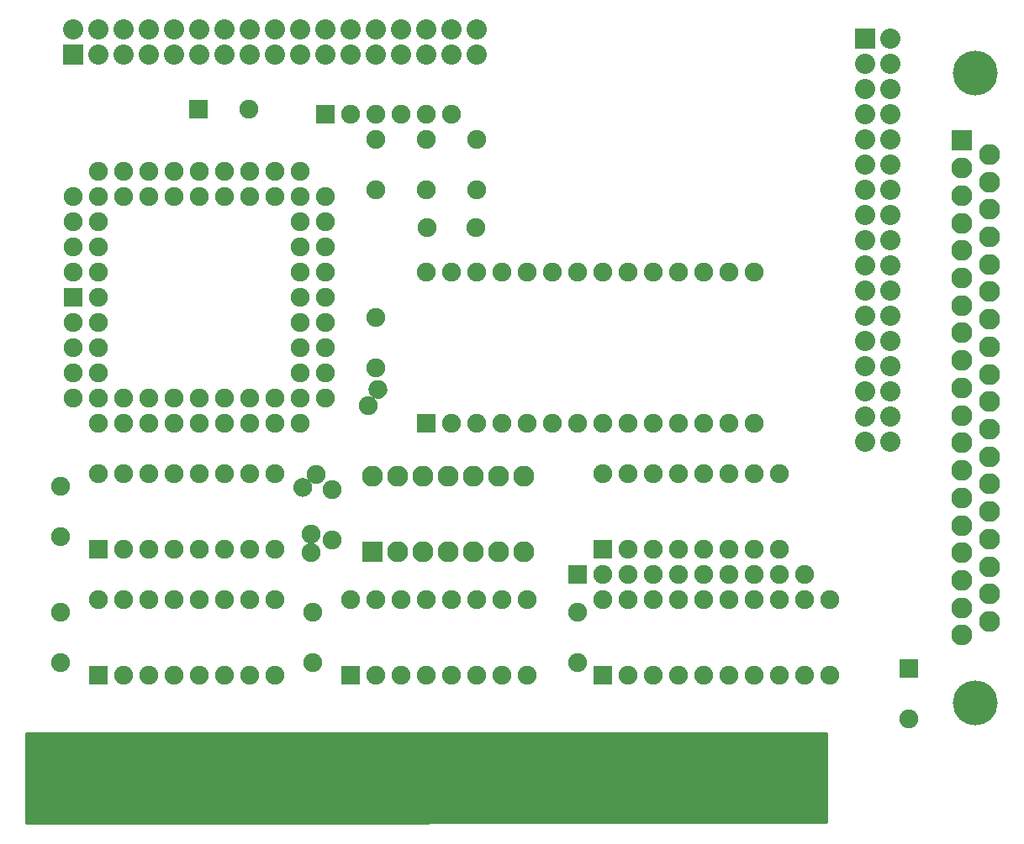
<source format=gbs>
%TF.GenerationSoftware,KiCad,Pcbnew,(5.1.6-0)*%
%TF.CreationDate,2020-08-03T14:04:14-05:00*%
%TF.ProjectId,isa_fdc.kicad_DB37-v3.1_pcb,6973615f-6664-4632-9e6b-696361645f44,rev?*%
%TF.SameCoordinates,Original*%
%TF.FileFunction,Soldermask,Bot*%
%TF.FilePolarity,Negative*%
%FSLAX46Y46*%
G04 Gerber Fmt 4.6, Leading zero omitted, Abs format (unit mm)*
G04 Created by KiCad (PCBNEW (5.1.6-0)) date 2020-08-03 14:04:14*
%MOMM*%
%LPD*%
G01*
G04 APERTURE LIST*
%ADD10C,1.908000*%
%ADD11C,4.508000*%
%ADD12C,2.108000*%
%ADD13R,2.108000X2.108000*%
%ADD14C,2.032000*%
%ADD15R,2.032000X2.032000*%
%ADD16O,1.908000X1.908000*%
%ADD17O,2.108000X2.108000*%
%ADD18C,1.905000*%
%ADD19R,1.905000X1.905000*%
%ADD20R,2.286000X8.128000*%
%ADD21C,0.254000*%
G04 APERTURE END LIST*
D10*
%TO.C,R3*%
X136440000Y-92220000D03*
G36*
G01*
X136913000Y-91400740D02*
X136913000Y-91400740D01*
G75*
G02*
X136563812Y-90097552I477000J826188D01*
G01*
X136563812Y-90097552D01*
G75*
G02*
X137867000Y-89748364I826188J-477000D01*
G01*
X137867000Y-89748364D01*
G75*
G02*
X138216188Y-91051552I-477000J-826188D01*
G01*
X138216188Y-91051552D01*
G75*
G02*
X136913000Y-91400740I-826188J477000D01*
G01*
G37*
%TD*%
D11*
%TO.C,P2*%
X197570000Y-58670000D03*
X197570000Y-122170000D03*
D12*
X198990000Y-113965000D03*
X198990000Y-111195000D03*
X198990000Y-108425000D03*
X198990000Y-105655000D03*
X198990000Y-102885000D03*
X198990000Y-100115000D03*
X198990000Y-97345000D03*
X198990000Y-94575000D03*
X198990000Y-91805000D03*
X198990000Y-89035000D03*
X198990000Y-86265000D03*
X198990000Y-83495000D03*
X198990000Y-80725000D03*
X198990000Y-77955000D03*
X198990000Y-75185000D03*
X198990000Y-72415000D03*
X198990000Y-69645000D03*
X198990000Y-66875000D03*
X196150000Y-115350000D03*
X196150000Y-112580000D03*
X196150000Y-109810000D03*
X196150000Y-107040000D03*
X196150000Y-104270000D03*
X196150000Y-101500000D03*
X196150000Y-98730000D03*
X196150000Y-95960000D03*
X196150000Y-93190000D03*
X196150000Y-90420000D03*
X196150000Y-87650000D03*
X196150000Y-84880000D03*
X196150000Y-82110000D03*
X196150000Y-79340000D03*
X196150000Y-76570000D03*
X196150000Y-73800000D03*
X196150000Y-71030000D03*
X196150000Y-68260000D03*
D13*
X196150000Y-65490000D03*
%TD*%
D14*
%TO.C,P3*%
X189010000Y-95870000D03*
X186470000Y-95870000D03*
X189010000Y-93330000D03*
X186470000Y-93330000D03*
X186470000Y-90790000D03*
X189010000Y-90790000D03*
X186470000Y-88250000D03*
X189010000Y-88250000D03*
X189010000Y-85710000D03*
X186470000Y-85710000D03*
X189010000Y-83170000D03*
X186470000Y-83170000D03*
X189010000Y-80630000D03*
X186470000Y-80630000D03*
X189010000Y-78090000D03*
X186470000Y-78090000D03*
X189010000Y-75550000D03*
X186470000Y-75550000D03*
X189010000Y-73010000D03*
X186470000Y-73010000D03*
X189010000Y-70470000D03*
X186470000Y-70470000D03*
X189010000Y-67930000D03*
X186470000Y-67930000D03*
X189010000Y-65390000D03*
X186470000Y-65390000D03*
X189010000Y-62850000D03*
X186470000Y-62850000D03*
X189010000Y-60310000D03*
X186470000Y-60310000D03*
X189010000Y-57770000D03*
X186470000Y-57770000D03*
X189010000Y-55230000D03*
D15*
X186470000Y-55230000D03*
%TD*%
D10*
%TO.C,R2*%
X130690000Y-105120000D03*
D16*
X130690000Y-107020000D03*
%TD*%
%TO.C,R1*%
G36*
G01*
X130501077Y-99778923D02*
X130501077Y-99778923D01*
G75*
G02*
X130501077Y-101128083I-674580J-674580D01*
G01*
X130501077Y-101128083D01*
G75*
G02*
X129151917Y-101128083I-674580J674580D01*
G01*
X129151917Y-101128083D01*
G75*
G02*
X129151917Y-99778923I674580J674580D01*
G01*
X129151917Y-99778923D01*
G75*
G02*
X130501077Y-99778923I674580J-674580D01*
G01*
G37*
D10*
X131170000Y-99110000D03*
%TD*%
D13*
%TO.C,U2*%
X136880000Y-106910000D03*
D17*
X152120000Y-99290000D03*
X139420000Y-106910000D03*
X149580000Y-99290000D03*
X141960000Y-106910000D03*
X147040000Y-99290000D03*
X144500000Y-106910000D03*
X144500000Y-99290000D03*
X147040000Y-106910000D03*
X141960000Y-99290000D03*
X149580000Y-106910000D03*
X139420000Y-99290000D03*
X152120000Y-106910000D03*
X136880000Y-99290000D03*
%TD*%
D18*
%TO.C,C2*%
X132790000Y-100680000D03*
X132790000Y-105760000D03*
%TD*%
D19*
%TO.C,SW1*%
X109220000Y-106680000D03*
D18*
X111760000Y-106680000D03*
X114300000Y-106680000D03*
X116840000Y-106680000D03*
X119380000Y-106680000D03*
X121920000Y-106680000D03*
X124460000Y-106680000D03*
X127000000Y-106680000D03*
X127000000Y-99060000D03*
X124460000Y-99060000D03*
X121920000Y-99060000D03*
X119380000Y-99060000D03*
X116840000Y-99060000D03*
X114300000Y-99060000D03*
X111760000Y-99060000D03*
X109220000Y-99060000D03*
%TD*%
D20*
%TO.C,BUS1*%
X180340000Y-129200000D03*
X177800000Y-129200000D03*
X175260000Y-129200000D03*
X167640000Y-129200000D03*
X165100000Y-129200000D03*
X160020000Y-129200000D03*
X157480000Y-129200000D03*
X154940000Y-129200000D03*
X152400000Y-129200000D03*
X149860000Y-129200000D03*
X147320000Y-129200000D03*
X129540000Y-129200000D03*
X127000000Y-129200000D03*
X124460000Y-129200000D03*
X121920000Y-129200000D03*
X119380000Y-129200000D03*
X116840000Y-129200000D03*
X114300000Y-129200000D03*
X109220000Y-129200000D03*
X104140000Y-129200000D03*
X144780000Y-129200000D03*
X142240000Y-129200000D03*
%TD*%
D18*
%TO.C,C11*%
X190890000Y-123800000D03*
D19*
X190890000Y-118720000D03*
%TD*%
%TO.C,C12*%
X119350000Y-62340000D03*
D18*
X124430000Y-62340000D03*
%TD*%
D19*
%TO.C,U5*%
X160020000Y-119380000D03*
D18*
X162560000Y-119380000D03*
X165100000Y-119380000D03*
X167640000Y-119380000D03*
X170180000Y-119380000D03*
X172720000Y-119380000D03*
X175260000Y-119380000D03*
X177800000Y-119380000D03*
X180340000Y-119380000D03*
X182880000Y-119380000D03*
X182880000Y-111760000D03*
X180340000Y-111760000D03*
X177800000Y-111760000D03*
X175260000Y-111760000D03*
X172720000Y-111760000D03*
X170180000Y-111760000D03*
X167640000Y-111760000D03*
X165100000Y-111760000D03*
X162560000Y-111760000D03*
X160020000Y-111760000D03*
%TD*%
D19*
%TO.C,U7*%
X109220000Y-119380000D03*
D18*
X111760000Y-119380000D03*
X114300000Y-119380000D03*
X116840000Y-119380000D03*
X119380000Y-119380000D03*
X121920000Y-119380000D03*
X124460000Y-119380000D03*
X127000000Y-119380000D03*
X127000000Y-111760000D03*
X124460000Y-111760000D03*
X121920000Y-111760000D03*
X119380000Y-111760000D03*
X116840000Y-111760000D03*
X114300000Y-111760000D03*
X111760000Y-111760000D03*
X109220000Y-111760000D03*
%TD*%
D19*
%TO.C,U6*%
X134620000Y-119380000D03*
D18*
X137160000Y-119380000D03*
X139700000Y-119380000D03*
X142240000Y-119380000D03*
X144780000Y-119380000D03*
X147320000Y-119380000D03*
X149860000Y-119380000D03*
X152400000Y-119380000D03*
X152400000Y-111760000D03*
X149860000Y-111760000D03*
X147320000Y-111760000D03*
X144780000Y-111760000D03*
X142240000Y-111760000D03*
X139700000Y-111760000D03*
X137160000Y-111760000D03*
X134620000Y-111760000D03*
%TD*%
D19*
%TO.C,SW2*%
X160020000Y-106680000D03*
D18*
X162560000Y-106680000D03*
X165100000Y-106680000D03*
X167640000Y-106680000D03*
X170180000Y-106680000D03*
X172720000Y-106680000D03*
X175260000Y-106680000D03*
X177800000Y-106680000D03*
X177800000Y-99060000D03*
X175260000Y-99060000D03*
X172720000Y-99060000D03*
X170180000Y-99060000D03*
X167640000Y-99060000D03*
X165100000Y-99060000D03*
X162560000Y-99060000D03*
X160020000Y-99060000D03*
%TD*%
%TO.C,C1*%
X105410000Y-100330000D03*
X105410000Y-105410000D03*
%TD*%
%TO.C,C7*%
X105410000Y-113030000D03*
X105410000Y-118110000D03*
%TD*%
%TO.C,C6*%
X130810000Y-113030000D03*
X130810000Y-118110000D03*
%TD*%
%TO.C,C5*%
X157470000Y-113020000D03*
X157470000Y-118100000D03*
%TD*%
%TO.C,C4*%
X137170000Y-83310000D03*
X137170000Y-88390000D03*
%TD*%
%TO.C,C16*%
X142240000Y-70485000D03*
X142240000Y-65405000D03*
%TD*%
%TO.C,C15*%
X147320000Y-70485000D03*
X147320000Y-65405000D03*
%TD*%
D19*
%TO.C,U4*%
X142240000Y-93980000D03*
D18*
X144780000Y-93980000D03*
X147320000Y-93980000D03*
X149860000Y-93980000D03*
X152400000Y-93980000D03*
X154940000Y-93980000D03*
X157480000Y-93980000D03*
X160020000Y-93980000D03*
X162560000Y-93980000D03*
X165100000Y-93980000D03*
X167640000Y-93980000D03*
X170180000Y-93980000D03*
X172720000Y-93980000D03*
X175260000Y-93980000D03*
X175260000Y-78740000D03*
X172720000Y-78740000D03*
X170180000Y-78740000D03*
X167640000Y-78740000D03*
X165100000Y-78740000D03*
X162560000Y-78740000D03*
X160020000Y-78740000D03*
X157480000Y-78740000D03*
X154940000Y-78740000D03*
X152400000Y-78740000D03*
X149860000Y-78740000D03*
X147320000Y-78740000D03*
X144780000Y-78740000D03*
X142240000Y-78740000D03*
%TD*%
%TO.C,C17*%
X137160000Y-65405000D03*
X137160000Y-70485000D03*
%TD*%
D19*
%TO.C,U1*%
X106680000Y-81280000D03*
D18*
X109220000Y-81280000D03*
X106680000Y-83820000D03*
X109220000Y-83820000D03*
X106680000Y-86360000D03*
X109220000Y-86360000D03*
X106680000Y-88900000D03*
X109220000Y-88900000D03*
X106680000Y-91440000D03*
X109220000Y-93980000D03*
X109220000Y-91440000D03*
X111760000Y-93980000D03*
X111760000Y-91440000D03*
X114300000Y-93980000D03*
X114300000Y-91440000D03*
X116840000Y-93980000D03*
X116840000Y-91440000D03*
X119380000Y-93980000D03*
X119380000Y-91440000D03*
X121920000Y-93980000D03*
X121920000Y-91440000D03*
X124460000Y-93980000D03*
X124460000Y-91440000D03*
X127000000Y-93980000D03*
X127000000Y-91440000D03*
X129540000Y-93980000D03*
X132080000Y-91440000D03*
X129540000Y-91440000D03*
X132080000Y-88900000D03*
X129540000Y-88900000D03*
X132080000Y-86360000D03*
X129540000Y-86360000D03*
X132080000Y-83820000D03*
X129540000Y-83820000D03*
X132080000Y-81280000D03*
X129540000Y-81280000D03*
X132080000Y-78740000D03*
X129540000Y-78740000D03*
X132080000Y-76200000D03*
X129540000Y-76200000D03*
X132080000Y-73660000D03*
X129540000Y-73660000D03*
X132080000Y-71120000D03*
X129540000Y-68580000D03*
X129540000Y-71120000D03*
X127000000Y-68580000D03*
X127000000Y-71120000D03*
X124460000Y-68580000D03*
X124460000Y-71120000D03*
X121920000Y-68580000D03*
X121920000Y-71120000D03*
X119380000Y-68580000D03*
X119380000Y-71120000D03*
X116840000Y-68580000D03*
X116840000Y-71120000D03*
X114300000Y-68580000D03*
X114300000Y-71120000D03*
X111760000Y-68580000D03*
X111760000Y-71120000D03*
X109220000Y-68580000D03*
X106680000Y-71120000D03*
X109220000Y-71120000D03*
X106680000Y-73660000D03*
X109220000Y-73660000D03*
X106680000Y-76200000D03*
X109220000Y-76200000D03*
X106680000Y-78740000D03*
X109220000Y-78740000D03*
%TD*%
D15*
%TO.C,P1*%
X106670000Y-56840000D03*
D14*
X106670000Y-54300000D03*
X109210000Y-56840000D03*
X109210000Y-54300000D03*
X111750000Y-56840000D03*
X111750000Y-54300000D03*
X114290000Y-56840000D03*
X114290000Y-54300000D03*
X116830000Y-56840000D03*
X116830000Y-54300000D03*
X119370000Y-56840000D03*
X119370000Y-54300000D03*
X121910000Y-56840000D03*
X121910000Y-54300000D03*
X124450000Y-56840000D03*
X124450000Y-54300000D03*
X126990000Y-56840000D03*
X126990000Y-54300000D03*
X129530000Y-56840000D03*
X129530000Y-54300000D03*
X132070000Y-56840000D03*
X132070000Y-54300000D03*
X134610000Y-56840000D03*
X134610000Y-54300000D03*
X137150000Y-56840000D03*
X137150000Y-54300000D03*
X139690000Y-54300000D03*
X139690000Y-56840000D03*
X142230000Y-54300000D03*
X142230000Y-56840000D03*
X144770000Y-56840000D03*
X144770000Y-54300000D03*
X147310000Y-56840000D03*
X147310000Y-54300000D03*
%TD*%
D19*
%TO.C,RR1*%
X157480000Y-109220000D03*
D18*
X160020000Y-109220000D03*
X162560000Y-109220000D03*
X165100000Y-109220000D03*
X167640000Y-109220000D03*
X170180000Y-109220000D03*
X172720000Y-109220000D03*
X175260000Y-109220000D03*
X177800000Y-109220000D03*
X180340000Y-109220000D03*
%TD*%
%TO.C,RR2*%
X144780000Y-62865000D03*
X142240000Y-62865000D03*
X139700000Y-62865000D03*
X137160000Y-62865000D03*
X134620000Y-62865000D03*
D19*
X132080000Y-62865000D03*
%TD*%
D18*
%TO.C,X1*%
X147220940Y-74295000D03*
X142339060Y-74295000D03*
%TD*%
D21*
G36*
X182581150Y-134229027D02*
G01*
X101917055Y-134245973D01*
X101920945Y-125187000D01*
X182591858Y-125187000D01*
X182581150Y-134229027D01*
G37*
X182581150Y-134229027D02*
X101917055Y-134245973D01*
X101920945Y-125187000D01*
X182591858Y-125187000D01*
X182581150Y-134229027D01*
M02*

</source>
